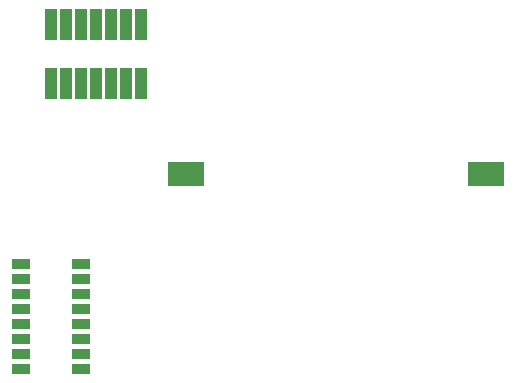
<source format=gbr>
%FSLAX32Y32*%
%MOMM*%
%LNSMD_Maske2*%
G71*
G01*
%LPD*%
G36*
X15010Y7306D02*
X14704Y7306D01*
X14704Y7106D01*
X15010Y7106D01*
X15010Y7306D01*
G37*
G36*
X12470Y7306D02*
X12164Y7306D01*
X12164Y7106D01*
X12470Y7106D01*
X12470Y7306D01*
G37*
G36*
X11124Y7838D02*
X11224Y7838D01*
X11224Y8098D01*
X11124Y8098D01*
X11124Y7838D01*
G37*
G36*
X11251Y7838D02*
X11351Y7838D01*
X11351Y8098D01*
X11251Y8098D01*
X11251Y7838D01*
G37*
G36*
X11378Y7838D02*
X11478Y7838D01*
X11478Y8098D01*
X11378Y8098D01*
X11378Y7838D01*
G37*
G36*
X11505Y7838D02*
X11605Y7838D01*
X11605Y8098D01*
X11505Y8098D01*
X11505Y7838D01*
G37*
G36*
X11632Y7838D02*
X11732Y7838D01*
X11732Y8098D01*
X11632Y8098D01*
X11632Y7838D01*
G37*
G36*
X11759Y7838D02*
X11859Y7838D01*
X11859Y8098D01*
X11759Y8098D01*
X11759Y7838D01*
G37*
G36*
X11886Y7838D02*
X11986Y7838D01*
X11986Y8098D01*
X11886Y8098D01*
X11886Y7838D01*
G37*
G36*
X11886Y8338D02*
X11986Y8338D01*
X11986Y8598D01*
X11886Y8598D01*
X11886Y8338D01*
G37*
G36*
X11759Y8338D02*
X11859Y8338D01*
X11859Y8598D01*
X11759Y8598D01*
X11759Y8338D01*
G37*
G36*
X11632Y8338D02*
X11732Y8338D01*
X11732Y8598D01*
X11632Y8598D01*
X11632Y8338D01*
G37*
G36*
X11505Y8338D02*
X11605Y8338D01*
X11605Y8598D01*
X11505Y8598D01*
X11505Y8338D01*
G37*
G36*
X11378Y8338D02*
X11478Y8338D01*
X11478Y8598D01*
X11378Y8598D01*
X11378Y8338D01*
G37*
G36*
X11251Y8338D02*
X11351Y8338D01*
X11351Y8598D01*
X11251Y8598D01*
X11251Y8338D01*
G37*
G36*
X11124Y8338D02*
X11224Y8338D01*
X11224Y8598D01*
X11124Y8598D01*
X11124Y8338D01*
G37*
G36*
X10846Y6020D02*
X10994Y6020D01*
X10994Y6106D01*
X10846Y6106D01*
X10846Y6020D01*
G37*
G36*
X10846Y6148D02*
X10994Y6148D01*
X10994Y6232D01*
X10846Y6232D01*
X10846Y6148D01*
G37*
G36*
X10846Y6274D02*
X10994Y6274D01*
X10994Y6360D01*
X10846Y6360D01*
X10846Y6274D01*
G37*
G36*
X10846Y6402D02*
X10994Y6402D01*
X10994Y6486D01*
X10846Y6486D01*
X10846Y6402D01*
G37*
G36*
X11354Y6402D02*
X11502Y6402D01*
X11502Y6486D01*
X11354Y6486D01*
X11354Y6402D01*
G37*
G36*
X11354Y6274D02*
X11502Y6274D01*
X11502Y6360D01*
X11354Y6360D01*
X11354Y6274D01*
G37*
G36*
X11354Y6148D02*
X11502Y6148D01*
X11502Y6232D01*
X11354Y6232D01*
X11354Y6148D01*
G37*
G36*
X11354Y6020D02*
X11502Y6020D01*
X11502Y6106D01*
X11354Y6106D01*
X11354Y6020D01*
G37*
G36*
X11354Y5894D02*
X11502Y5894D01*
X11502Y5978D01*
X11354Y5978D01*
X11354Y5894D01*
G37*
G36*
X11354Y5766D02*
X11502Y5766D01*
X11502Y5852D01*
X11354Y5852D01*
X11354Y5766D01*
G37*
G36*
X11354Y5640D02*
X11502Y5640D01*
X11502Y5724D01*
X11354Y5724D01*
X11354Y5640D01*
G37*
G36*
X10846Y5894D02*
X10994Y5894D01*
X10994Y5978D01*
X10846Y5978D01*
X10846Y5894D01*
G37*
G36*
X10846Y5766D02*
X10994Y5766D01*
X10994Y5852D01*
X10846Y5852D01*
X10846Y5766D01*
G37*
G36*
X10846Y5640D02*
X10994Y5640D01*
X10994Y5724D01*
X10846Y5724D01*
X10846Y5640D01*
G37*
G36*
X11354Y5512D02*
X11502Y5512D01*
X11502Y5598D01*
X11354Y5598D01*
X11354Y5512D01*
G37*
G36*
X10846Y5512D02*
X10994Y5512D01*
X10994Y5598D01*
X10846Y5598D01*
X10846Y5512D01*
G37*
M02*

</source>
